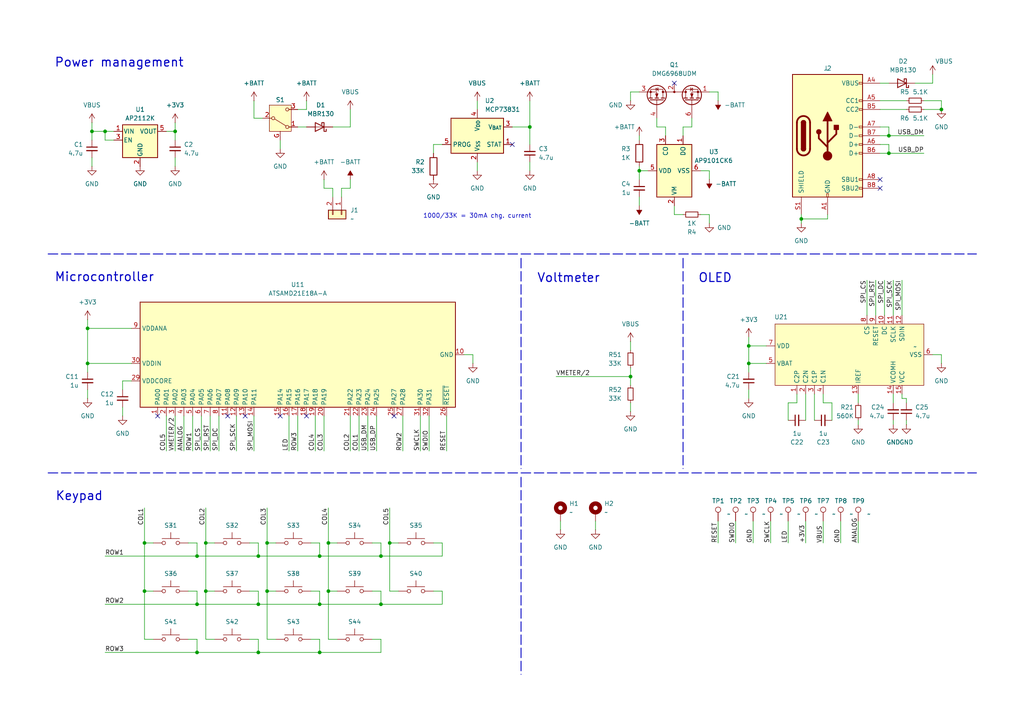
<source format=kicad_sch>
(kicad_sch (version 20250114) (generator "eeschema") (generator_version "9.0")
  (paper "A4")
  (title_block (title "ECLAIR USB KEYBOARD") (rev "B"))
  (text "Microcontroller" (at 15.748 78.994 0) (effects (font (size 2.54 2.54) (thickness 0.3175)) (justify left top)))
  (text "Voltmeter" (at 155.702 79.248 0) (effects (font (size 2.54 2.54) (thickness 0.3175)) (justify left top)))
  (text "OLED" (at 202.438 79.248 0) (effects (font (size 2.54 2.54) (thickness 0.3175)) (justify left top)))
  (text "1000/33K = 30mA chg. current" (at 138.43 62.738 0) (effects (font (size 1.27 1.27))))
  (text "Keypad" (at 16.002 142.494 0) (effects (font (size 2.54 2.54) (thickness 0.3175)) (justify left top)))
  (text "Power management" (at 15.748 16.764 0) (effects (font (size 2.54 2.54) (thickness 0.3175)) (justify left top)))
  (junction (at 74.93 161.29))
  (junction (at 95.25 171.45))
  (junction (at 26.67 38.1))
  (junction (at 110.49 175.26))
  (junction (at 92.71 161.29))
  (junction (at 74.93 175.26))
  (junction (at 57.15 161.29))
  (junction (at 217.17 105.41))
  (junction (at 41.91 171.45))
  (junction (at 232.41 63.5))
  (junction (at 257.81 39.37))
  (junction (at 185.42 49.53))
  (junction (at 59.69 157.48))
  (junction (at 50.8 38.1))
  (junction (at 110.49 161.29))
  (junction (at 153.67 36.83))
  (junction (at 77.47 171.45))
  (junction (at 92.71 175.26))
  (junction (at 59.69 171.45))
  (junction (at 92.71 189.23))
  (junction (at 113.03 157.48))
  (junction (at 95.25 157.48))
  (junction (at 30.48 38.1))
  (junction (at 182.88 109.22))
  (junction (at 217.17 100.33))
  (junction (at 41.91 157.48))
  (junction (at 57.15 189.23))
  (junction (at 273.05 31.75))
  (junction (at 257.81 44.45))
  (junction (at 25.4 95.25))
  (junction (at 77.47 157.48))
  (junction (at 25.4 105.41))
  (junction (at 74.93 189.23))
  (junction (at 57.15 175.26))
  (no_connect (at 195.58 24.13))
  (no_connect (at 71.12 120.65))
  (no_connect (at 45.72 120.65))
  (no_connect (at 88.9 120.65))
  (no_connect (at 255.27 54.61))
  (no_connect (at 81.28 120.65))
  (no_connect (at 255.27 52.07))
  (no_connect (at 66.04 120.65))
  (no_connect (at 148.59 41.91))
  (no_connect (at 114.3 120.65))
  (wire (pts (xy 77.47 157.48) (xy 80.01 157.48)))
  (wire (pts (xy 208.28 26.67) (xy 208.28 29.21)))
  (wire (pts (xy 255.27 39.37) (xy 257.81 39.37)))
  (wire (pts (xy 63.5 120.65) (xy 63.5 130.81)))
  (wire (pts (xy 88.9 29.21) (xy 88.9 31.75)))
  (wire (pts (xy 77.47 147.32) (xy 77.47 157.48)))
  (wire (pts (xy 182.88 106.68) (xy 182.88 109.22)))
  (wire (pts (xy 77.47 185.42) (xy 80.01 185.42)))
  (wire (pts (xy 182.88 109.22) (xy 182.88 111.76)))
  (wire (pts (xy 128.27 157.48) (xy 128.27 161.29)))
  (wire (pts (xy 231.14 114.3) (xy 231.14 116.84)))
  (wire (pts (xy 255.27 36.83) (xy 257.81 36.83)))
  (wire (pts (xy 107.95 157.48) (xy 110.49 157.48)))
  (wire (pts (xy 255.27 24.13) (xy 257.81 24.13)))
  (wire (pts (xy 255.27 31.75) (xy 262.89 31.75)))
  (wire (pts (xy 74.93 161.29) (xy 57.15 161.29)))
  (wire (pts (xy 59.69 147.32) (xy 59.69 157.48)))
  (wire (pts (xy 259.08 114.3) (xy 259.08 116.84)))
  (wire (pts (xy 231.14 116.84) (xy 228.6 116.84)))
  (wire (pts (xy 110.49 185.42) (xy 110.49 189.23)))
  (wire (pts (xy 205.74 62.23) (xy 205.74 64.77)))
  (wire (pts (xy 109.22 120.65) (xy 109.22 130.81)))
  (wire (pts (xy 248.92 114.3) (xy 248.92 116.84)))
  (wire (pts (xy 113.03 147.32) (xy 113.03 157.48)))
  (wire (pts (xy 262.89 115.57) (xy 262.89 116.84)))
  (wire (pts (xy 38.1 110.49) (xy 35.56 110.49)))
  (wire (pts (xy 262.89 121.92) (xy 262.89 123.19)))
  (wire (pts (xy 128.27 161.29) (xy 110.49 161.29)))
  (wire (pts (xy 92.71 189.23) (xy 110.49 189.23)))
  (wire (pts (xy 72.39 157.48) (xy 74.93 157.48)))
  (wire (pts (xy 134.62 102.87) (xy 137.16 102.87)))
  (wire (pts (xy 25.4 95.25) (xy 38.1 95.25)))
  (wire (pts (xy 30.48 189.23) (xy 57.15 189.23)))
  (wire (pts (xy 74.93 171.45) (xy 74.93 175.26)))
  (wire (pts (xy 60.96 120.65) (xy 60.96 130.81)))
  (wire (pts (xy 110.49 161.29) (xy 92.71 161.29)))
  (wire (pts (xy 257.81 39.37) (xy 267.97 39.37)))
  (wire (pts (xy 35.56 118.11) (xy 35.56 120.65)))
  (wire (pts (xy 41.91 147.32) (xy 41.91 157.48)))
  (wire (pts (xy 95.25 171.45) (xy 95.25 185.42)))
  (wire (pts (xy 55.88 120.65) (xy 55.88 130.81)))
  (wire (pts (xy 217.17 100.33) (xy 217.17 97.79)))
  (wire (pts (xy 182.88 26.67) (xy 185.42 26.67)))
  (wire (pts (xy 107.95 171.45) (xy 110.49 171.45)))
  (wire (pts (xy 96.52 36.83) (xy 101.6 36.83)))
  (wire (pts (xy 121.92 120.65) (xy 121.92 130.81)))
  (wire (pts (xy 241.3 116.84) (xy 241.3 121.92)))
  (wire (pts (xy 41.91 157.48) (xy 41.91 171.45)))
  (wire (pts (xy 248.92 151.13) (xy 248.92 157.48)))
  (wire (pts (xy 203.2 49.53) (xy 205.74 49.53)))
  (wire (pts (xy 50.8 120.65) (xy 50.8 130.81)))
  (wire (pts (xy 30.48 175.26) (xy 57.15 175.26)))
  (wire (pts (xy 113.03 157.48) (xy 115.57 157.48)))
  (wire (pts (xy 217.17 105.41) (xy 217.17 100.33)))
  (wire (pts (xy 77.47 171.45) (xy 80.01 171.45)))
  (wire (pts (xy 182.88 29.21) (xy 182.88 26.67)))
  (polyline (pts (xy 151.13 138.43) (xy 151.13 195.58)) (stroke (width 0.254) (type dash)))
  (wire (pts (xy 261.62 81.28) (xy 261.62 91.44)))
  (wire (pts (xy 113.03 157.48) (xy 113.03 171.45)))
  (wire (pts (xy 238.76 116.84) (xy 238.76 114.3)))
  (wire (pts (xy 110.49 175.26) (xy 92.71 175.26)))
  (wire (pts (xy 59.69 171.45) (xy 59.69 185.42)))
  (wire (pts (xy 90.17 157.48) (xy 92.71 157.48)))
  (wire (pts (xy 74.93 175.26) (xy 57.15 175.26)))
  (wire (pts (xy 172.72 151.13) (xy 172.72 153.67)))
  (wire (pts (xy 255.27 29.21) (xy 262.89 29.21)))
  (wire (pts (xy 58.42 120.65) (xy 58.42 130.81)))
  (wire (pts (xy 243.84 151.13) (xy 243.84 157.48)))
  (wire (pts (xy 190.5 36.83) (xy 190.5 34.29)))
  (wire (pts (xy 223.52 151.13) (xy 223.52 157.48)))
  (wire (pts (xy 236.22 121.92) (xy 236.22 114.3)))
  (wire (pts (xy 54.61 185.42) (xy 57.15 185.42)))
  (wire (pts (xy 92.71 175.26) (xy 74.93 175.26)))
  (wire (pts (xy 74.93 189.23) (xy 92.71 189.23)))
  (wire (pts (xy 101.6 54.61) (xy 99.06 54.61)))
  (wire (pts (xy 267.97 29.21) (xy 273.05 29.21)))
  (wire (pts (xy 228.6 151.13) (xy 228.6 157.48)))
  (wire (pts (xy 104.14 120.65) (xy 104.14 130.81)))
  (wire (pts (xy 25.4 92.71) (xy 25.4 95.25)))
  (wire (pts (xy 248.92 121.92) (xy 248.92 123.19)))
  (wire (pts (xy 25.4 113.03) (xy 25.4 115.57)))
  (wire (pts (xy 257.81 44.45) (xy 267.97 44.45)))
  (wire (pts (xy 73.66 29.21) (xy 73.66 34.29)))
  (wire (pts (xy 74.93 185.42) (xy 74.93 189.23)))
  (wire (pts (xy 261.62 114.3) (xy 261.62 115.57)))
  (wire (pts (xy 53.34 120.65) (xy 53.34 130.81)))
  (wire (pts (xy 41.91 171.45) (xy 44.45 171.45)))
  (wire (pts (xy 86.36 31.75) (xy 88.9 31.75)))
  (wire (pts (xy 25.4 95.25) (xy 25.4 105.41)))
  (wire (pts (xy 95.25 157.48) (xy 95.25 171.45)))
  (wire (pts (xy 267.97 31.75) (xy 273.05 31.75)))
  (wire (pts (xy 254 81.28) (xy 254 91.44)))
  (wire (pts (xy 153.67 36.83) (xy 153.67 29.21)))
  (wire (pts (xy 185.42 48.26) (xy 185.42 49.53)))
  (wire (pts (xy 86.36 36.83) (xy 88.9 36.83)))
  (wire (pts (xy 259.08 121.92) (xy 259.08 123.19)))
  (wire (pts (xy 222.25 105.41) (xy 217.17 105.41)))
  (wire (pts (xy 74.93 157.48) (xy 74.93 161.29)))
  (wire (pts (xy 261.62 115.57) (xy 262.89 115.57)))
  (wire (pts (xy 240.03 63.5) (xy 232.41 63.5)))
  (wire (pts (xy 240.03 62.23) (xy 240.03 63.5)))
  (wire (pts (xy 137.16 102.87) (xy 137.16 105.41)))
  (wire (pts (xy 162.56 151.13) (xy 162.56 153.67)))
  (wire (pts (xy 255.27 41.91) (xy 257.81 41.91)))
  (wire (pts (xy 185.42 49.53) (xy 185.42 52.07)))
  (wire (pts (xy 185.42 39.37) (xy 185.42 40.64)))
  (wire (pts (xy 93.98 52.07) (xy 93.98 54.61)))
  (wire (pts (xy 73.66 120.65) (xy 73.66 130.81)))
  (wire (pts (xy 48.26 120.65) (xy 48.26 130.81)))
  (wire (pts (xy 93.98 120.65) (xy 93.98 130.81)))
  (wire (pts (xy 228.6 121.92) (xy 228.6 116.84)))
  (wire (pts (xy 90.17 171.45) (xy 92.71 171.45)))
  (wire (pts (xy 30.48 38.1) (xy 33.02 38.1)))
  (wire (pts (xy 101.6 31.75) (xy 101.6 36.83)))
  (wire (pts (xy 161.29 109.22) (xy 182.88 109.22)))
  (wire (pts (xy 198.12 39.37) (xy 198.12 36.83)))
  (wire (pts (xy 195.58 62.23) (xy 198.12 62.23)))
  (wire (pts (xy 26.67 38.1) (xy 26.67 40.64)))
  (wire (pts (xy 92.71 171.45) (xy 92.71 175.26)))
  (wire (pts (xy 57.15 171.45) (xy 57.15 175.26)))
  (wire (pts (xy 35.56 110.49) (xy 35.56 113.03)))
  (wire (pts (xy 95.25 185.42) (xy 97.79 185.42)))
  (polyline (pts (xy 198.12 74.93) (xy 198.12 135.89)) (stroke (width 0.254) (type dash)))
  (wire (pts (xy 30.48 161.29) (xy 57.15 161.29)))
  (wire (pts (xy 113.03 171.45) (xy 115.57 171.45)))
  (wire (pts (xy 193.04 39.37) (xy 193.04 36.83)))
  (wire (pts (xy 92.71 161.29) (xy 74.93 161.29)))
  (wire (pts (xy 193.04 36.83) (xy 190.5 36.83)))
  (wire (pts (xy 153.67 36.83) (xy 153.67 41.91)))
  (wire (pts (xy 148.59 36.83) (xy 153.67 36.83)))
  (wire (pts (xy 129.54 120.65) (xy 129.54 130.81)))
  (wire (pts (xy 54.61 171.45) (xy 57.15 171.45)))
  (wire (pts (xy 200.66 36.83) (xy 200.66 34.29)))
  (wire (pts (xy 59.69 171.45) (xy 62.23 171.45)))
  (wire (pts (xy 101.6 120.65) (xy 101.6 130.81)))
  (wire (pts (xy 50.8 38.1) (xy 50.8 40.64)))
  (wire (pts (xy 185.42 57.15) (xy 185.42 59.69)))
  (wire (pts (xy 54.61 157.48) (xy 57.15 157.48)))
  (wire (pts (xy 30.48 40.64) (xy 30.48 38.1)))
  (wire (pts (xy 125.73 41.91) (xy 125.73 44.45)))
  (wire (pts (xy 57.15 157.48) (xy 57.15 161.29)))
  (wire (pts (xy 90.17 185.42) (xy 92.71 185.42)))
  (wire (pts (xy 25.4 105.41) (xy 25.4 107.95)))
  (wire (pts (xy 25.4 105.41) (xy 38.1 105.41)))
  (wire (pts (xy 95.25 147.32) (xy 95.25 157.48)))
  (wire (pts (xy 182.88 116.84) (xy 182.88 119.38)))
  (wire (pts (xy 81.28 40.64) (xy 81.28 43.18)))
  (wire (pts (xy 77.47 171.45) (xy 77.47 185.42)))
  (wire (pts (xy 76.2 34.29) (xy 73.66 34.29)))
  (polyline (pts (xy 151.13 74.93) (xy 151.13 135.89)) (stroke (width 0.254) (type dash)))
  (wire (pts (xy 48.26 38.1) (xy 50.8 38.1)))
  (wire (pts (xy 106.68 120.65) (xy 106.68 130.81)))
  (wire (pts (xy 26.67 38.1) (xy 30.48 38.1)))
  (wire (pts (xy 59.69 157.48) (xy 59.69 171.45)))
  (wire (pts (xy 238.76 151.13) (xy 238.76 157.48)))
  (wire (pts (xy 259.08 81.28) (xy 259.08 91.44)))
  (wire (pts (xy 256.54 81.28) (xy 256.54 91.44)))
  (wire (pts (xy 125.73 171.45) (xy 128.27 171.45)))
  (wire (pts (xy 138.43 29.21) (xy 138.43 31.75)))
  (wire (pts (xy 128.27 175.26) (xy 110.49 175.26)))
  (polyline (pts (xy 13.97 73.66) (xy 283.21 73.66)) (stroke (width 0.254) (type dash)))
  (wire (pts (xy 50.8 38.1) (xy 50.8 35.56)))
  (wire (pts (xy 232.41 62.23) (xy 232.41 63.5)))
  (wire (pts (xy 205.74 49.53) (xy 205.74 52.07)))
  (wire (pts (xy 138.43 46.99) (xy 138.43 49.53)))
  (wire (pts (xy 116.84 120.65) (xy 116.84 130.81)))
  (wire (pts (xy 101.6 52.07) (xy 101.6 54.61)))
  (wire (pts (xy 185.42 49.53) (xy 187.96 49.53)))
  (wire (pts (xy 124.46 120.65) (xy 124.46 130.81)))
  (wire (pts (xy 59.69 157.48) (xy 62.23 157.48)))
  (wire (pts (xy 217.17 113.03) (xy 217.17 115.57)))
  (wire (pts (xy 125.73 157.48) (xy 128.27 157.48)))
  (wire (pts (xy 217.17 105.41) (xy 217.17 107.95)))
  (wire (pts (xy 218.44 151.13) (xy 218.44 157.48)))
  (wire (pts (xy 128.27 41.91) (xy 125.73 41.91)))
  (wire (pts (xy 198.12 36.83) (xy 200.66 36.83)))
  (wire (pts (xy 95.25 157.48) (xy 97.79 157.48)))
  (wire (pts (xy 59.69 185.42) (xy 62.23 185.42)))
  (wire (pts (xy 110.49 171.45) (xy 110.49 175.26)))
  (wire (pts (xy 92.71 185.42) (xy 92.71 189.23)))
  (wire (pts (xy 86.36 120.65) (xy 86.36 130.81)))
  (wire (pts (xy 270.51 24.13) (xy 270.51 21.59)))
  (wire (pts (xy 93.98 54.61) (xy 96.52 54.61)))
  (wire (pts (xy 233.68 151.13) (xy 233.68 157.48)))
  (wire (pts (xy 128.27 171.45) (xy 128.27 175.26)))
  (wire (pts (xy 95.25 171.45) (xy 97.79 171.45)))
  (wire (pts (xy 195.58 59.69) (xy 195.58 62.23)))
  (wire (pts (xy 77.47 157.48) (xy 77.47 171.45)))
  (wire (pts (xy 208.28 151.13) (xy 208.28 157.48)))
  (wire (pts (xy 72.39 185.42) (xy 74.93 185.42)))
  (wire (pts (xy 99.06 54.61) (xy 99.06 57.15)))
  (wire (pts (xy 41.91 185.42) (xy 44.45 185.42)))
  (wire (pts (xy 92.71 157.48) (xy 92.71 161.29)))
  (wire (pts (xy 41.91 157.48) (xy 44.45 157.48)))
  (wire (pts (xy 72.39 171.45) (xy 74.93 171.45)))
  (wire (pts (xy 91.44 120.65) (xy 91.44 130.81)))
  (wire (pts (xy 30.48 40.64) (xy 33.02 40.64)))
  (wire (pts (xy 57.15 189.23) (xy 74.93 189.23)))
  (wire (pts (xy 83.82 120.65) (xy 83.82 130.81)))
  (wire (pts (xy 107.95 185.42) (xy 110.49 185.42)))
  (wire (pts (xy 233.68 121.92) (xy 233.68 114.3)))
  (wire (pts (xy 26.67 45.72) (xy 26.67 48.26)))
  (wire (pts (xy 68.58 120.65) (xy 68.58 130.81)))
  (wire (pts (xy 203.2 62.23) (xy 205.74 62.23)))
  (wire (pts (xy 257.81 41.91) (xy 257.81 44.45)))
  (wire (pts (xy 50.8 45.72) (xy 50.8 48.26)))
  (wire (pts (xy 273.05 102.87) (xy 273.05 105.41)))
  (wire (pts (xy 57.15 185.42) (xy 57.15 189.23)))
  (polyline (pts (xy 13.97 137.16) (xy 283.21 137.16)) (stroke (width 0.254) (type dash)))
  (wire (pts (xy 270.51 102.87) (xy 273.05 102.87)))
  (wire (pts (xy 213.36 151.13) (xy 213.36 157.48)))
  (wire (pts (xy 257.81 36.83) (xy 257.81 39.37)))
  (wire (pts (xy 251.46 81.28) (xy 251.46 91.44)))
  (wire (pts (xy 265.43 24.13) (xy 270.51 24.13)))
  (wire (pts (xy 26.67 35.56) (xy 26.67 38.1)))
  (wire (pts (xy 255.27 44.45) (xy 257.81 44.45)))
  (wire (pts (xy 238.76 116.84) (xy 241.3 116.84)))
  (wire (pts (xy 217.17 100.33) (xy 222.25 100.33)))
  (wire (pts (xy 232.41 63.5) (xy 232.41 64.77)))
  (wire (pts (xy 205.74 26.67) (xy 208.28 26.67)))
  (wire (pts (xy 41.91 171.45) (xy 41.91 185.42)))
  (wire (pts (xy 110.49 157.48) (xy 110.49 161.29)))
  (wire (pts (xy 273.05 29.21) (xy 273.05 31.75)))
  (wire (pts (xy 153.67 46.99) (xy 153.67 49.53)))
  (wire (pts (xy 96.52 54.61) (xy 96.52 57.15)))
  (wire (pts (xy 182.88 99.06) (xy 182.88 101.6)))
  (label "SWCLK" (at 121.92 130.81 90))
  (label "ROW3" (at 86.36 130.81 90))
  (label "COL3" (at 77.47 147.32 270))
  (label "SPI_SCK" (at 259.08 81.28 270))
  (label "ROW2" (at 116.84 130.81 90))
  (label "COL1" (at 104.14 130.81 90))
  (label "SPI_RST" (at 254 81.28 270))
  (label "SPI_CS" (at 251.46 81.28 270))
  (label "COL4" (at 91.44 130.81 90))
  (label "SPI_SCK" (at 68.58 130.81 90))
  (label "VMETER{slash}2" (at 50.8 130.81 90))
  (label "VMETER{slash}2" (at 161.29 109.22 0))
  (label "USB_DM" (at 267.97 39.37 180))
  (label "SWDIO" (at 124.46 130.81 90))
  (label "LED" (at 228.6 157.48 90))
  (label "ROW1" (at 55.88 130.81 90))
  (label "COL2" (at 59.69 147.32 270))
  (label "USB_DP" (at 109.22 130.81 90))
  (label "SPI_DC" (at 256.54 81.28 270))
  (label "RESET" (at 208.28 157.48 90))
  (label "COL4" (at 95.25 147.32 270))
  (label "SWDIO" (at 213.36 157.48 90))
  (label "SPI_DC" (at 63.5 130.81 90))
  (label "SPI_RST" (at 60.96 130.81 90))
  (label "SPI_MOSI" (at 73.66 130.81 90))
  (label "COL1" (at 41.91 147.32 270))
  (label "SWCLK" (at 223.52 157.48 90))
  (label "ROW2" (at 30.48 175.26 0))
  (label "USB_DP" (at 267.97 44.45 180))
  (label "RESET" (at 129.54 130.81 90))
  (label "GND" (at 218.44 157.48 90))
  (label "GND" (at 243.84 157.48 90))
  (label "ROW3" (at 30.48 189.23 0))
  (label "ANALOG" (at 248.92 157.48 90))
  (label "COL5" (at 48.26 130.81 90))
  (label "VBUS" (at 238.76 157.48 90))
  (label "SPI_MOSI" (at 261.62 81.28 270))
  (label "COL3" (at 93.98 130.81 90))
  (label "ANALOG" (at 53.34 130.81 90))
  (label "USB_DM" (at 106.68 130.81 90))
  (label "LED" (at 83.82 130.81 90))
  (label "COL5" (at 113.03 147.32 270))
  (label "SPI_CS" (at 58.42 130.81 90))
  (label "+3V3" (at 233.68 157.48 90))
  (label "COL2" (at 101.6 130.81 90))
  (label "ROW1" (at 30.48 161.29 0))
  (symbol (lib_id "power:GND") (at 50.8 48.26 0) (unit 1)
    (property "Reference" "#PWR07" (effects (hide yes)))
    (property "Value" "GND" (at 50.8 53.34 0))
    (property "Description" "Power symbol creates a global label with name \"GND\" , ground" (effects (hide yes)))
  )
  (symbol (lib_id "power:GND") (at 232.41 64.77 0) (unit 1)
    (property "Reference" "#PWR020" (effects (hide yes)))
    (property "Value" "GND" (at 232.41 69.85 0))
    (property "Description" "Power symbol creates a global label with name \"GND\" , ground" (effects (hide yes)))
  )
  (symbol (lib_id "Device:D_Schottky") (at 261.62 24.13 180) (unit 1)
    (property "Reference" "D2" (at 261.9375 17.78 0))
    (property "Value" "MBR130" (at 261.9375 20.32 0))
    (property "Footprint" "Diode_SMD:D_1206_3216Metric" (effects (hide yes)))
    (property "Description" "Schottky diode" (effects (hide yes)))
  )
  (symbol (lib_id "Switch:SW_Push") (at 67.31 157.48 0) (unit 1)
    (property "Reference" "S32" (at 67.31 152.4 0))
    (property "Value" "~" (at 67.31 152.4 0))
    (property "Footprint" "main:SW_SPST_EVQQ2" (effects (hide yes)))
    (property "Description" "Push button switch, generic, two pins" (effects (hide yes)))
  )
  (symbol (lib_id "Device:R_Small") (at 182.88 114.3 0) (mirror y) (unit 1)
    (property "Reference" "R52" (at 180.34 113.0299 0) (effects (justify left)))
    (property "Value" "33K" (at 180.34 115.5699 0) (effects (justify left)))
    (property "Footprint" "Resistor_SMD:R_0805_2012Metric" (effects (hide yes)))
    (property "Description" "Resistor, small symbol" (effects (hide yes)))
  )
  (symbol (lib_id "Switch:SW_Push") (at 67.31 185.42 0) (unit 1)
    (property "Reference" "S42" (at 67.31 180.34 0))
    (property "Value" "~" (at 67.31 180.34 0))
    (property "Footprint" "main:SW_SPST_EVQQ2" (effects (hide yes)))
    (property "Description" "Push button switch, generic, two pins" (effects (hide yes)))
  )
  (symbol (lib_id "power:+3V3") (at 25.4 92.71 0) (unit 1)
    (property "Reference" "#PWR025" (effects (hide yes)))
    (property "Value" "+3V3" (at 25.4 87.63 0))
    (property "Description" "Power symbol creates a global label with name \"+3V3\"" (effects (hide yes)))
  )
  (symbol (lib_id "Device:C_Small") (at 185.42 54.61 0) (mirror y) (unit 1)
    (property "Reference" "C4" (at 182.88 53.3462 0) (effects (justify left)))
    (property "Value" "1u" (at 182.88 55.8862 0) (effects (justify left)))
    (property "Footprint" "Capacitor_SMD:C_0805_2012Metric" (effects (hide yes)))
    (property "Description" "Unpolarized capacitor, small symbol" (effects (hide yes)))
  )
  (symbol (lib_id "power:-BATT") (at 101.6 52.07 0) (unit 1)
    (property "Reference" "#PWR017" (effects (hide yes)))
    (property "Value" "-BATT" (at 101.6 46.99 0))
    (property "Description" "Power symbol creates a global label with name \"-BATT\"" (effects (hide yes)))
  )
  (symbol (lib_id "power:GND") (at 273.05 31.75 0) (unit 1)
    (property "Reference" "#PWR019" (effects (hide yes)))
    (property "Value" "GND" (at 273.05 36.83 0))
    (property "Description" "Power symbol creates a global label with name \"GND\" , ground" (effects (hide yes)))
  )
  (symbol (lib_id "power:-BATT") (at 185.42 59.69 180) (unit 1)
    (property "Reference" "#PWR037" (effects (hide yes)))
    (property "Value" "-BATT" (at 185.42 64.77 0))
    (property "Description" "Power symbol creates a global label with name \"-BATT\"" (effects (hide yes)))
  )
  (symbol (lib_id "power:VBUS") (at 182.88 99.06 0) (unit 1)
    (property "Reference" "#PWR021" (effects (hide yes)))
    (property "Value" "VBUS" (at 182.88 93.98 0))
    (property "Description" "Power symbol creates a global label with name \"VBUS\"" (effects (hide yes)))
  )
  (symbol (lib_id "power:GND") (at 259.08 123.19 0) (unit 1)
    (property "Reference" "#PWR032" (effects (hide yes)))
    (property "Value" "GND" (at 259.08 128.27 0))
    (property "Description" "Power symbol creates a global label with name \"GND\" , ground" (effects (hide yes)))
  )
  (symbol (lib_id "Switch:SW_Push") (at 85.09 157.48 0) (unit 1)
    (property "Reference" "S33" (at 85.09 152.4 0))
    (property "Value" "~" (at 85.09 152.4 0))
    (property "Footprint" "main:SW_SPST_EVQQ2" (effects (hide yes)))
    (property "Description" "Push button switch, generic, two pins" (effects (hide yes)))
  )
  (symbol (lib_id "Connector:TestPoint") (at 208.28 151.13 0) (unit 1)
    (property "Reference" "TP1" (at 206.502 145.288 0) (effects (justify left)))
    (property "Value" "~" (at 210.82 149.0979 0) (effects (justify left)))
    (property "Footprint" "TestPoint:TestPoint_Pad_D1.0mm" (effects (hide yes)))
    (property "Description" "test point" (effects (hide yes)))
  )
  (symbol (lib_id "power:GND") (at 248.92 123.19 0) (unit 1)
    (property "Reference" "#PWR031" (effects (hide yes)))
    (property "Value" "GND" (at 248.92 128.27 0))
    (property "Description" "Power symbol creates a global label with name \"GND\" , ground" (effects (hide yes)))
  )
  (symbol (lib_id "power:GND") (at 217.17 115.57 0) (unit 1)
    (property "Reference" "#PWR030" (effects (hide yes)))
    (property "Value" "GND" (at 217.17 120.65 0))
    (property "Description" "Power symbol creates a global label with name \"GND\" , ground" (effects (hide yes)))
  )
  (symbol (lib_id "power:-BATT") (at 208.28 29.21 180) (unit 1)
    (property "Reference" "#PWR014" (effects (hide yes)))
    (property "Value" "-BATT" (at 213.106 30.48 0))
    (property "Description" "Power symbol creates a global label with name \"-BATT\"" (effects (hide yes)))
  )
  (symbol (lib_id "Connector_Generic:Conn_01x02") (at 99.06 62.23 270) (unit 1)
    (property "Reference" "J1" (at 101.6 60.9599 90) (effects (justify left)))
    (property "Value" "~" (at 101.6 63.4999 90) (effects (justify left)))
    (property "Footprint" "main:LP301525" (effects (hide yes)))
    (property "Description" "Generic connector, single row, 01x02, script generated (kicad-library-utils/schlib/autogen/connector/)" (effects (hide yes)))
  )
  (symbol (lib_id "Transistor_FET:DMG9926UDM") (at 195.58 26.67 270) (mirror x) (unit 1)
    (property "Reference" "Q1" (at 195.58 18.796 90))
    (property "Value" "DMG6968UDM" (at 195.58 21.336 90))
    (property "Footprint" "Package_TO_SOT_SMD:SOT-23-6" (effects (hide yes)))
    (property "Datasheet" "https://www.diodes.com/assets/Datasheets/ds31770.pdf" (effects (hide yes)))
    (property "Description" "4.2A Id, 20V Vds, Common-Drain, Dual Half Bridge N-Channel MOSFET, 28mOhm Ron, SOT-23-6" (effects (hide yes)))
  )
  (symbol (lib_id "Device:R") (at 125.73 48.26 0) (mirror x) (unit 1)
    (property "Reference" "R2" (at 123.19 46.9899 0) (effects (justify right)))
    (property "Value" "33K" (at 123.19 49.5299 0) (effects (justify right)))
    (property "Footprint" "Resistor_SMD:R_0805_2012Metric" (effects (hide yes)))
    (property "Description" "Resistor" (effects (hide yes)))
  )
  (symbol (lib_id "power:+BATT") (at 153.67 29.21 0) (unit 1)
    (property "Reference" "#PWR013" (effects (hide yes)))
    (property "Value" "+BATT" (at 153.67 24.13 0))
    (property "Description" "Power symbol creates a global label with name \"+BATT\"" (effects (hide yes)))
  )
  (symbol (lib_id "power:GND") (at 205.74 64.77 0) (mirror y) (unit 1)
    (property "Reference" "#PWR038" (effects (hide yes)))
    (property "Value" "GND" (at 210.058 66.04 0))
    (property "Description" "Power symbol creates a global label with name \"GND\" , ground" (effects (hide yes)))
  )
  (symbol (lib_id "Switch:SW_Push") (at 102.87 185.42 0) (unit 1)
    (property "Reference" "S44" (at 102.87 180.34 0))
    (property "Value" "~" (at 102.87 180.34 0))
    (property "Footprint" "main:SW_SPST_EVQQ2" (effects (hide yes)))
    (property "Description" "Push button switch, generic, two pins" (effects (hide yes)))
  )
  (symbol (lib_id "Connector:TestPoint") (at 218.44 151.13 0) (unit 1)
    (property "Reference" "TP3" (at 216.662 145.288 0) (effects (justify left)))
    (property "Value" "~" (at 220.98 149.0979 0) (effects (justify left)))
    (property "Footprint" "TestPoint:TestPoint_Pad_D1.0mm" (effects (hide yes)))
    (property "Description" "test point" (effects (hide yes)))
  )
  (symbol (lib_id "power:+BATT") (at 185.42 39.37 0) (unit 1)
    (property "Reference" "#PWR08" (effects (hide yes)))
    (property "Value" "+BATT" (at 181.102 36.83 0))
    (property "Description" "Power symbol creates a global label with name \"+BATT\"" (effects (hide yes)))
  )
  (symbol (lib_id "power:GND") (at 26.67 48.26 0) (unit 1)
    (property "Reference" "#PWR03" (effects (hide yes)))
    (property "Value" "GND" (at 26.67 53.34 0))
    (property "Description" "Power symbol creates a global label with name \"GND\" , ground" (effects (hide yes)))
  )
  (symbol (lib_id "Battery_Management:AP9101CK6") (at 195.58 49.53 90) (unit 1)
    (property "Reference" "U3" (at 207.01 44.0338 90))
    (property "Value" "AP9101CK6" (at 207.01 46.5738 90))
    (property "Footprint" "Package_TO_SOT_SMD:SOT-23-6" (effects (hide yes)))
    (property "Datasheet" "https://www.diodes.com/assets/Datasheets/AP9101C.pdf" (effects (hide yes)))
    (property "Description" "Li+ Battery Protection IC for Single Cell Pack, SOT-23-6" (effects (hide yes)))
  )
  (symbol (lib_id "power:GND") (at 137.16 105.41 0) (unit 1)
    (property "Reference" "#PWR026" (effects (hide yes)))
    (property "Value" "GND" (at 137.16 110.49 0))
    (property "Description" "Power symbol creates a global label with name \"GND\" , ground" (effects (hide yes)))
  )
  (symbol (lib_id "Device:R_Small") (at 265.43 29.21 90) (unit 1)
    (property "Reference" "R5" (at 262.382 26.67 90))
    (property "Value" "5.1K" (at 266.954 26.67 90))
    (property "Footprint" "Resistor_SMD:R_0805_2012Metric" (effects (hide yes)))
    (property "Description" "Resistor, small symbol" (effects (hide yes)))
  )
  (symbol (lib_id "Connector:USB_C_Receptacle_USB2.0_16P") (at 240.03 39.37 0) (unit 1)
    (property "Reference" "J2" (at 240.03 19.812 0))
    (property "Value" "~" (at 240.03 20.32 0))
    (property "Footprint" "main:USB_C_Receptacle_GCT_USB4105-xx-A_16P_TopMnt_Horizontal" (effects (hide yes)))
    (property "Datasheet" "https://www.usb.org/sites/default/files/documents/usb_type-c.zip" (effects (hide yes)))
    (property "Description" "USB 2.0-only 16P Type-C Receptacle connector" (effects (hide yes)))
  )
  (symbol (lib_id "Device:C_Small") (at 259.08 119.38 0) (mirror x) (unit 1)
    (property "Reference" "C24" (at 256.54 118.1035 0) (effects (justify right)))
    (property "Value" "4.7u" (at 256.54 120.6435 0) (effects (justify right)))
    (property "Footprint" "Capacitor_SMD:C_0805_2012Metric" (effects (hide yes)))
    (property "Description" "Unpolarized capacitor, small symbol" (effects (hide yes)))
  )
  (symbol (lib_id "Regulator_Linear:AP2112K-3.3") (at 40.64 40.64 0) (unit 1)
    (property "Reference" "U1" (at 40.64 31.75 0))
    (property "Value" "AP2112K" (at 40.64 34.29 0))
    (property "Footprint" "Package_TO_SOT_SMD:SOT-23-5" (effects (hide yes)))
    (property "Datasheet" "https://www.diodes.com/assets/Datasheets/AP2112.pdf" (effects (hide yes)))
    (property "Description" "600mA low dropout linear regulator, with enable pin, 3.8V-6V input voltage range, 3.3V fixed positive output, SOT-23-5" (effects (hide yes)))
  )
  (symbol (lib_id "power:VBUS") (at 101.6 31.75 0) (unit 1)
    (property "Reference" "#PWR04" (effects (hide yes)))
    (property "Value" "VBUS" (at 101.6 26.67 0))
    (property "Description" "Power symbol creates a global label with name \"VBUS\"" (effects (hide yes)))
  )
  (symbol (lib_id "Device:R_Small") (at 200.66 62.23 90) (mirror x) (unit 1)
    (property "Reference" "R4" (at 200.66 67.31 90))
    (property "Value" "1K" (at 200.66 64.77 90))
    (property "Footprint" "Resistor_SMD:R_0805_2012Metric" (effects (hide yes)))
    (property "Description" "Resistor, small symbol" (effects (hide yes)))
  )
  (symbol (lib_id "power:GND") (at 125.73 52.07 0) (unit 1)
    (property "Reference" "#PWR012" (effects (hide yes)))
    (property "Value" "GND" (at 125.73 57.15 0))
    (property "Description" "Power symbol creates a global label with name \"GND\" , ground" (effects (hide yes)))
  )
  (symbol (lib_id "MCU_Microchip_SAMD:ATSAMD21E18A-A") (at 86.36 102.87 90) (unit 1)
    (property "Reference" "U11" (at 86.36 82.55 90))
    (property "Value" "ATSAMD21E18A-A" (at 86.36 85.09 90))
    (property "Footprint" "Package_QFP:TQFP-32_7x7mm_P0.8mm" (effects (hide yes)))
    (property "Datasheet" "http://ww1.microchip.com/downloads/en/DeviceDoc/SAM_D21_DA1_Family_Data%20Sheet_DS40001882E.pdf" (effects (hide yes)))
    (property "Description" "SAM D21 Microchip SMART ARM-based Flash MCU, 48Mhz, 256K Flash, 32K SRAM, TQFP-32" (effects (hide yes)))
  )
  (symbol (lib_id "Switch:SW_Push") (at 49.53 171.45 0) (unit 1)
    (property "Reference" "S36" (at 49.53 166.37 0))
    (property "Value" "~" (at 49.53 166.37 0))
    (property "Footprint" "main:SW_SPST_EVQQ2" (effects (hide yes)))
    (property "Description" "Push button switch, generic, two pins" (effects (hide yes)))
  )
  (symbol (lib_id "Connector:TestPoint") (at 223.52 151.13 0) (unit 1)
    (property "Reference" "TP4" (at 221.742 145.288 0) (effects (justify left)))
    (property "Value" "~" (at 226.06 149.0979 0) (effects (justify left)))
    (property "Footprint" "TestPoint:TestPoint_Pad_D1.0mm" (effects (hide yes)))
    (property "Description" "test point" (effects (hide yes)))
  )
  (symbol (lib_id "power:GND") (at 273.05 105.41 0) (unit 1)
    (property "Reference" "#PWR028" (effects (hide yes)))
    (property "Value" "GND" (at 273.05 110.49 0))
    (property "Description" "Power symbol creates a global label with name \"GND\" , ground" (effects (hide yes)))
  )
  (symbol (lib_id "power:GND") (at 35.56 120.65 0) (unit 1)
    (property "Reference" "#PWR023" (effects (hide yes)))
    (property "Value" "GND" (at 35.56 125.73 0))
    (property "Description" "Power symbol creates a global label with name \"GND\" , ground" (effects (hide yes)))
  )
  (symbol (lib_id "Switch:SW_Push") (at 120.65 157.48 0) (unit 1)
    (property "Reference" "S35" (at 120.65 152.4 0))
    (property "Value" "~" (at 120.65 152.4 0))
    (property "Footprint" "main:SW_SPST_EVQQ2" (effects (hide yes)))
    (property "Description" "Push button switch, generic, two pins" (effects (hide yes)))
  )
  (symbol (lib_id "power:GND") (at 172.72 153.67 0) (unit 1)
    (property "Reference" "#PWR035" (effects (hide yes)))
    (property "Value" "GND" (at 172.72 158.75 0))
    (property "Description" "Power symbol creates a global label with name \"GND\" , ground" (effects (hide yes)))
  )
  (symbol (lib_id "Device:R_Small") (at 182.88 104.14 0) (mirror y) (unit 1)
    (property "Reference" "R51" (at 180.34 102.8699 0) (effects (justify left)))
    (property "Value" "33K" (at 180.34 105.4099 0) (effects (justify left)))
    (property "Footprint" "Resistor_SMD:R_0805_2012Metric" (effects (hide yes)))
    (property "Description" "Resistor, small symbol" (effects (hide yes)))
  )
  (symbol (lib_id "Switch:SW_Push") (at 49.53 185.42 0) (unit 1)
    (property "Reference" "S41" (at 49.53 180.34 0))
    (property "Value" "~" (at 49.53 180.34 0))
    (property "Footprint" "main:SW_SPST_EVQQ2" (effects (hide yes)))
    (property "Description" "Push button switch, generic, two pins" (effects (hide yes)))
  )
  (symbol (lib_id "Device:C_Small") (at 25.4 110.49 0) (mirror y) (unit 1)
    (property "Reference" "C11" (at 22.86 109.2262 0) (effects (justify left)))
    (property "Value" "1u" (at 22.86 111.7662 0) (effects (justify left)))
    (property "Footprint" "Capacitor_SMD:C_0805_2012Metric" (effects (hide yes)))
    (property "Description" "Unpolarized capacitor, small symbol" (effects (hide yes)))
  )
  (symbol (lib_id "Device:R") (at 185.42 44.45 0) (mirror x) (unit 1)
    (property "Reference" "R3" (at 182.88 43.1799 0) (effects (justify right)))
    (property "Value" "1K" (at 182.88 45.7199 0) (effects (justify right)))
    (property "Footprint" "Resistor_SMD:R_0805_2012Metric" (effects (hide yes)))
    (property "Description" "Resistor" (effects (hide yes)))
  )
  (symbol (lib_id "Device:C_Small") (at 50.8 43.18 0) (unit 1)
    (property "Reference" "C2" (at 53.34 41.9162 0) (effects (justify left)))
    (property "Value" "4.7u" (at 53.34 44.4562 0) (effects (justify left)))
    (property "Footprint" "Capacitor_SMD:C_0805_2012Metric" (effects (hide yes)))
    (property "Description" "Unpolarized capacitor, small symbol" (effects (hide yes)))
  )
  (symbol (lib_id "power:VBUS") (at 138.43 29.21 0) (unit 1)
    (property "Reference" "#PWR010" (effects (hide yes)))
    (property "Value" "VBUS" (at 138.43 24.13 0))
    (property "Description" "Power symbol creates a global label with name \"VBUS\"" (effects (hide yes)))
  )
  (symbol (lib_id "Device:C_Small") (at 26.67 43.18 0) (mirror y) (unit 1)
    (property "Reference" "C1" (at 24.13 41.9162 0) (effects (justify left)))
    (property "Value" "4.7u" (at 24.13 44.4562 0) (effects (justify left)))
    (property "Footprint" "Capacitor_SMD:C_0805_2012Metric" (effects (hide yes)))
    (property "Description" "Unpolarized capacitor, small symbol" (effects (hide yes)))
  )
  (symbol (lib_id "power:+BATT") (at 88.9 29.21 0) (mirror y) (unit 1)
    (property "Reference" "#PWR036" (effects (hide yes)))
    (property "Value" "+BATT" (at 88.9 24.13 0))
    (property "Description" "Power symbol creates a global label with name \"+BATT\"" (effects (hide yes)))
  )
  (symbol (lib_id "Connector:TestPoint") (at 243.84 151.13 0) (unit 1)
    (property "Reference" "TP8" (at 242.062 145.288 0) (effects (justify left)))
    (property "Value" "~" (at 246.38 149.0979 0) (effects (justify left)))
    (property "Footprint" "TestPoint:TestPoint_Pad_D1.0mm" (effects (hide yes)))
    (property "Description" "test point" (effects (hide yes)))
  )
  (symbol (lib_id "Device:C_Small") (at 262.89 119.38 180) (unit 1)
    (property "Reference" "C25" (at 265.43 118.1035 0) (effects (justify right)))
    (property "Value" "4.7u" (at 265.43 120.6435 0) (effects (justify right)))
    (property "Footprint" "Capacitor_SMD:C_0805_2012Metric" (effects (hide yes)))
    (property "Description" "Unpolarized capacitor, small symbol" (effects (hide yes)))
  )
  (symbol (lib_id "Connector:TestPoint") (at 228.6 151.13 0) (unit 1)
    (property "Reference" "TP5" (at 226.822 145.288 0) (effects (justify left)))
    (property "Value" "~" (at 231.14 149.0979 0) (effects (justify left)))
    (property "Footprint" "TestPoint:TestPoint_Pad_D1.0mm" (effects (hide yes)))
    (property "Description" "test point" (effects (hide yes)))
  )
  (symbol (lib_id "Connector:TestPoint") (at 213.36 151.13 0) (unit 1)
    (property "Reference" "TP2" (at 211.582 145.288 0) (effects (justify left)))
    (property "Value" "~" (at 215.9 149.0979 0) (effects (justify left)))
    (property "Footprint" "TestPoint:TestPoint_Pad_D1.0mm" (effects (hide yes)))
    (property "Description" "test point" (effects (hide yes)))
  )
  (symbol (lib_id "Switch:SW_Push") (at 67.31 171.45 0) (unit 1)
    (property "Reference" "S37" (at 67.31 166.37 0))
    (property "Value" "~" (at 67.31 166.37 0))
    (property "Footprint" "main:SW_SPST_EVQQ2" (effects (hide yes)))
    (property "Description" "Push button switch, generic, two pins" (effects (hide yes)))
  )
  (symbol (lib_id "Connector:TestPoint") (at 238.76 151.13 0) (unit 1)
    (property "Reference" "TP7" (at 236.982 145.288 0) (effects (justify left)))
    (property "Value" "~" (at 241.3 149.0979 0) (effects (justify left)))
    (property "Footprint" "TestPoint:TestPoint_Pad_D1.0mm" (effects (hide yes)))
    (property "Description" "test point" (effects (hide yes)))
  )
  (symbol (lib_id "power:GND") (at 40.64 48.26 0) (unit 1)
    (property "Reference" "#PWR05" (effects (hide yes)))
    (property "Value" "GND" (at 40.64 53.34 0))
    (property "Description" "Power symbol creates a global label with name \"GND\" , ground" (effects (hide yes)))
  )
  (symbol (lib_id "Device:C_Small") (at 153.67 44.45 180) (unit 1)
    (property "Reference" "C3" (at 156.21 43.1735 0) (effects (justify right)))
    (property "Value" "4.7u" (at 156.21 45.7135 0) (effects (justify right)))
    (property "Footprint" "Capacitor_SMD:C_0805_2012Metric" (effects (hide yes)))
    (property "Description" "Unpolarized capacitor, small symbol" (effects (hide yes)))
  )
  (symbol (lib_id "Switch:SW_Push") (at 49.53 157.48 0) (unit 1)
    (property "Reference" "S31" (at 49.53 152.4 0))
    (property "Value" "~" (at 49.53 152.4 0))
    (property "Footprint" "main:SW_SPST_EVQQ2" (effects (hide yes)))
    (property "Description" "Push button switch, generic, two pins" (effects (hide yes)))
  )
  (symbol (lib_id "power:+BATT") (at 93.98 52.07 0) (unit 1)
    (property "Reference" "#PWR016" (effects (hide yes)))
    (property "Value" "+BATT" (at 93.98 46.99 0))
    (property "Description" "Power symbol creates a global label with name \"+BATT\"" (effects (hide yes)))
  )
  (symbol (lib_id "Device:R_Small") (at 248.92 119.38 0) (mirror x) (unit 1)
    (property "Reference" "R21" (at 247.65 118.11 0) (effects (justify right)))
    (property "Value" "560K" (at 247.65 120.65 0) (effects (justify right)))
    (property "Footprint" "Resistor_SMD:R_0805_2012Metric" (effects (hide yes)))
    (property "Description" "Resistor, small symbol" (effects (hide yes)))
  )
  (symbol (lib_id "Device:C_Small") (at 238.76 121.92 90) (mirror x) (unit 1)
    (property "Reference" "C23" (at 238.7663 128.27 90))
    (property "Value" "1u" (at 238.7663 125.73 90))
    (property "Footprint" "Capacitor_SMD:C_0805_2012Metric" (effects (hide yes)))
    (property "Description" "Unpolarized capacitor, small symbol" (effects (hide yes)))
  )
  (symbol (lib_id "power:GND") (at 25.4 115.57 0) (unit 1)
    (property "Reference" "#PWR024" (effects (hide yes)))
    (property "Value" "GND" (at 25.4 120.65 0))
    (property "Description" "Power symbol creates a global label with name \"GND\" , ground" (effects (hide yes)))
  )
  (symbol (lib_id "power:GND") (at 182.88 29.21 0) (unit 1)
    (property "Reference" "#PWR09" (effects (hide yes)))
    (property "Value" "GND" (at 178.562 30.48 0))
    (property "Description" "Power symbol creates a global label with name \"GND\" , ground" (effects (hide yes)))
  )
  (symbol (lib_id "Switch:SW_Push") (at 102.87 171.45 0) (unit 1)
    (property "Reference" "S39" (at 102.87 166.37 0))
    (property "Value" "~" (at 102.87 166.37 0))
    (property "Footprint" "main:SW_SPST_EVQQ2" (effects (hide yes)))
    (property "Description" "Push button switch, generic, two pins" (effects (hide yes)))
  )
  (symbol (lib_id "power:GND") (at 262.89 123.19 0) (unit 1)
    (property "Reference" "#PWR033" (effects (hide yes)))
    (property "Value" "GND" (at 262.89 128.27 0))
    (property "Description" "Power symbol creates a global label with name \"GND\" , ground" (effects (hide yes)))
  )
  (symbol (lib_id "power:GND") (at 81.28 43.18 0) (unit 1)
    (property "Reference" "#PWR02" (effects (hide yes)))
    (property "Value" "GND" (at 81.28 48.26 0))
    (property "Description" "Power symbol creates a global label with name \"GND\" , ground" (effects (hide yes)))
  )
  (symbol (lib_id "power:GND") (at 153.67 49.53 0) (unit 1)
    (property "Reference" "#PWR027" (effects (hide yes)))
    (property "Value" "GND" (at 153.67 54.61 0))
    (property "Description" "Power symbol creates a global label with name \"GND\" , ground" (effects (hide yes)))
  )
  (symbol (lib_id "Device:R_Small") (at 265.43 31.75 270) (mirror x) (unit 1)
    (property "Reference" "R6" (at 262.382 34.29 90))
    (property "Value" "5.1K" (at 266.954 34.29 90))
    (property "Footprint" "Resistor_SMD:R_0805_2012Metric" (effects (hide yes)))
    (property "Description" "Resistor, small symbol" (effects (hide yes)))
  )
  (symbol (lib_id "main:OLED") (at 246.38 102.87 90) (unit 1)
    (property "Reference" "U21" (at 226.568 91.948 90))
    (property "Value" "~" (at 265.43 100.5489 90))
    (property "Footprint" "main:REX012832" (effects (hide yes)))
  )
  (symbol (lib_id "power:VBUS") (at 26.67 35.56 0) (unit 1)
    (property "Reference" "#PWR01" (effects (hide yes)))
    (property "Value" "VBUS" (at 26.67 30.48 0))
    (property "Description" "Power symbol creates a global label with name \"VBUS\"" (effects (hide yes)))
  )
  (symbol (lib_id "power:-BATT") (at 205.74 52.07 180) (unit 1)
    (property "Reference" "#PWR015" (effects (hide yes)))
    (property "Value" "-BATT" (at 210.566 53.34 0))
    (property "Description" "Power symbol creates a global label with name \"-BATT\"" (effects (hide yes)))
  )
  (symbol (lib_id "power:VBUS") (at 270.51 21.59 0) (unit 1)
    (property "Reference" "#PWR018" (effects (hide yes)))
    (property "Value" "VBUS" (at 273.812 17.78 0))
    (property "Description" "Power symbol creates a global label with name \"VBUS\"" (effects (hide yes)))
  )
  (symbol (lib_id "Device:C_Small") (at 231.14 121.92 90) (mirror x) (unit 1)
    (property "Reference" "C22" (at 231.1463 128.27 90))
    (property "Value" "1u" (at 231.1463 125.73 90))
    (property "Footprint" "Capacitor_SMD:C_0805_2012Metric" (effects (hide yes)))
    (property "Description" "Unpolarized capacitor, small symbol" (effects (hide yes)))
  )
  (symbol (lib_id "power:+3V3") (at 217.17 97.79 0) (unit 1)
    (property "Reference" "#PWR029" (effects (hide yes)))
    (property "Value" "+3V3" (at 217.17 92.71 0))
    (property "Description" "Power symbol creates a global label with name \"+3V3\"" (effects (hide yes)))
  )
  (symbol (lib_id "power:+3V3") (at 50.8 35.56 0) (unit 1)
    (property "Reference" "#PWR06" (effects (hide yes)))
    (property "Value" "+3V3" (at 50.8 30.48 0))
    (property "Description" "Power symbol creates a global label with name \"+3V3\"" (effects (hide yes)))
  )
  (symbol (lib_id "Switch:SW_Push") (at 85.09 171.45 0) (unit 1)
    (property "Reference" "S38" (at 85.09 166.37 0))
    (property "Value" "~" (at 85.09 166.37 0))
    (property "Footprint" "main:SW_SPST_EVQQ2" (effects (hide yes)))
    (property "Description" "Push button switch, generic, two pins" (effects (hide yes)))
  )
  (symbol (lib_id "Device:D_Schottky") (at 92.71 36.83 180) (unit 1)
    (property "Reference" "D1" (at 93.0275 30.48 0))
    (property "Value" "MBR130" (at 93.0275 33.02 0))
    (property "Footprint" "Diode_SMD:D_1206_3216Metric" (effects (hide yes)))
    (property "Description" "Schottky diode" (effects (hide yes)))
  )
  (symbol (lib_id "Switch:SW_Push") (at 120.65 171.45 0) (unit 1)
    (property "Reference" "S40" (at 120.65 166.37 0))
    (property "Value" "~" (at 120.65 166.37 0))
    (property "Footprint" "main:SW_SPST_EVQQ2" (effects (hide yes)))
    (property "Description" "Push button switch, generic, two pins" (effects (hide yes)))
  )
  (symbol (lib_id "Switch:SW_Push") (at 102.87 157.48 0) (unit 1)
    (property "Reference" "S34" (at 102.87 152.4 0))
    (property "Value" "~" (at 102.87 152.4 0))
    (property "Footprint" "main:SW_SPST_EVQQ2" (effects (hide yes)))
    (property "Description" "Push button switch, generic, two pins" (effects (hide yes)))
  )
  (symbol (lib_id "Battery_Management:MCP73831-2-OT") (at 138.43 39.37 0) (unit 1)
    (property "Reference" "U2" (at 140.6241 29.21 0) (effects (justify left)))
    (property "Value" "MCP73831" (at 140.6241 31.75 0) (effects (justify left)))
    (property "Footprint" "Package_TO_SOT_SMD:SOT-23-5" (effects (hide yes)))
    (property "Datasheet" "http://ww1.microchip.com/downloads/en/DeviceDoc/20001984g.pdf" (effects (hide yes)))
    (property "Description" "Single cell, Li-Ion/Li-Po charge management controller, 4.20V, Tri-State Status Output, in SOT23-5 package" (effects (hide yes)))
  )
  (symbol (lib_id "Mechanical:MountingHole_Pad") (at 162.56 148.59 0) (unit 1) (exclude_from_sim yes) (in_bom no)
    (property "Reference" "H1" (at 165.1 146.0499 0) (effects (justify left)))
    (property "Value" "~" (at 165.1 148.5899 0) (effects (justify left)))
    (property "Footprint" "main:MountingHole_2.2mm_M2_Pad_Small" (effects (hide yes)))
    (property "Description" "Mounting Hole with connection" (effects (hide yes)))
  )
  (symbol (lib_id "power:GND") (at 138.43 49.53 0) (unit 1)
    (property "Reference" "#PWR011" (effects (hide yes)))
    (property "Value" "GND" (at 138.43 54.61 0))
    (property "Description" "Power symbol creates a global label with name \"GND\" , ground" (effects (hide yes)))
  )
  (symbol (lib_id "power:GND") (at 162.56 153.67 0) (unit 1)
    (property "Reference" "#PWR034" (effects (hide yes)))
    (property "Value" "GND" (at 162.56 158.75 0))
    (property "Description" "Power symbol creates a global label with name \"GND\" , ground" (effects (hide yes)))
  )
  (symbol (lib_id "Device:C_Small") (at 217.17 110.49 0) (mirror x) (unit 1)
    (property "Reference" "C21" (at 214.63 109.2135 0) (effects (justify right)))
    (property "Value" "4.7u" (at 214.63 111.7535 0) (effects (justify right)))
    (property "Footprint" "Capacitor_SMD:C_0805_2012Metric" (effects (hide yes)))
    (property "Description" "Unpolarized capacitor, small symbol" (effects (hide yes)))
  )
  (symbol (lib_id "Connector:TestPoint") (at 233.68 151.13 0) (unit 1)
    (property "Reference" "TP6" (at 231.902 145.288 0) (effects (justify left)))
    (property "Value" "~" (at 236.22 149.0979 0) (effects (justify left)))
    (property "Footprint" "TestPoint:TestPoint_Pad_D1.0mm" (effects (hide yes)))
    (property "Description" "test point" (effects (hide yes)))
  )
  (symbol (lib_id "Device:C_Small") (at 35.56 115.57 0) (mirror y) (unit 1)
    (property "Reference" "C12" (at 33.02 114.3062 0) (effects (justify left)))
    (property "Value" "1u" (at 33.02 116.8462 0) (effects (justify left)))
    (property "Footprint" "Capacitor_SMD:C_0805_2012Metric" (effects (hide yes)))
    (property "Description" "Unpolarized capacitor, small symbol" (effects (hide yes)))
  )
  (symbol (lib_id "Switch:SW_Push") (at 85.09 185.42 0) (unit 1)
    (property "Reference" "S43" (at 85.09 180.34 0))
    (property "Value" "~" (at 85.09 180.34 0))
    (property "Footprint" "main:SW_SPST_EVQQ2" (effects (hide yes)))
    (property "Description" "Push button switch, generic, two pins" (effects (hide yes)))
  )
  (symbol (lib_id "Connector:TestPoint") (at 248.92 151.13 0) (unit 1)
    (property "Reference" "TP9" (at 247.142 145.288 0) (effects (justify left)))
    (property "Value" "~" (at 251.46 149.0979 0) (effects (justify left)))
    (property "Footprint" "TestPoint:TestPoint_Pad_D1.0mm" (effects (hide yes)))
    (property "Description" "test point" (effects (hide yes)))
  )
  (symbol (lib_id "Mechanical:MountingHole_Pad") (at 172.72 148.59 0) (unit 1) (exclude_from_sim yes) (in_bom no)
    (property "Reference" "H2" (at 175.26 146.0499 0) (effects (justify left)))
    (property "Value" "~" (at 175.26 148.5899 0) (effects (justify left)))
    (property "Footprint" "main:MountingHole_2.2mm_M2_Pad_Small" (effects (hide yes)))
    (property "Description" "Mounting Hole with connection" (effects (hide yes)))
  )
  (symbol (lib_id "power:GND") (at 182.88 119.38 0) (unit 1)
    (property "Reference" "#PWR022" (effects (hide yes)))
    (property "Value" "GND" (at 182.88 124.46 0))
    (property "Description" "Power symbol creates a global label with name \"GND\" , ground" (effects (hide yes)))
  )
  (symbol (lib_id "power:+BATT") (at 73.66 29.21 0) (mirror y) (unit 1)
    (property "Reference" "#PWR039" (effects (hide yes)))
    (property "Value" "+BATT" (at 73.66 24.13 0))
    (property "Description" "Power symbol creates a global label with name \"+BATT\"" (effects (hide yes)))
  )
  (symbol (lib_id "main:SW_SPDT_MP") (at 81.28 34.29 0) (unit 1)
    (property "Reference" "S1" (at 81.28 28.956 0))
    (property "Value" "SW_SPDT" (effects (hide yes)))
    (property "Footprint" "main:SW_SPDT_PCM12" (effects (hide yes)))
    (property "Description" "Switch, single pole double throw" (effects (hide yes)))
  )
)
</source>
